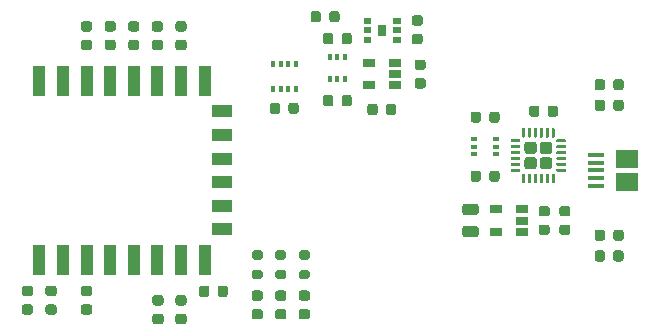
<source format=gbr>
G04 #@! TF.GenerationSoftware,KiCad,Pcbnew,5.1.9-73d0e3b20d~88~ubuntu20.04.1*
G04 #@! TF.CreationDate,2021-01-09T21:31:29-06:00*
G04 #@! TF.ProjectId,pcb,7063622e-6b69-4636-9164-5f7063625858,rev?*
G04 #@! TF.SameCoordinates,Original*
G04 #@! TF.FileFunction,Paste,Top*
G04 #@! TF.FilePolarity,Positive*
%FSLAX46Y46*%
G04 Gerber Fmt 4.6, Leading zero omitted, Abs format (unit mm)*
G04 Created by KiCad (PCBNEW 5.1.9-73d0e3b20d~88~ubuntu20.04.1) date 2021-01-09 21:31:29*
%MOMM*%
%LPD*%
G01*
G04 APERTURE LIST*
%ADD10C,0.010000*%
%ADD11R,0.350000X0.500000*%
%ADD12R,0.420000X0.600000*%
%ADD13R,0.600000X0.420000*%
%ADD14R,1.060000X0.650000*%
%ADD15R,1.900000X1.500000*%
%ADD16R,1.350000X0.400000*%
%ADD17R,1.000000X2.500000*%
%ADD18R,1.800000X1.000000*%
G04 APERTURE END LIST*
D10*
G36*
X76225000Y-57100000D02*
G01*
X76775000Y-57100000D01*
X76775000Y-57500000D01*
X76225000Y-57500000D01*
X76225000Y-57100000D01*
G37*
X76225000Y-57100000D02*
X76775000Y-57100000D01*
X76775000Y-57500000D01*
X76225000Y-57500000D01*
X76225000Y-57100000D01*
G36*
X76225000Y-57900000D02*
G01*
X76775000Y-57900000D01*
X76775000Y-58300000D01*
X76225000Y-58300000D01*
X76225000Y-57900000D01*
G37*
X76225000Y-57900000D02*
X76775000Y-57900000D01*
X76775000Y-58300000D01*
X76225000Y-58300000D01*
X76225000Y-57900000D01*
G36*
X76225000Y-58700000D02*
G01*
X76775000Y-58700000D01*
X76775000Y-59100000D01*
X76225000Y-59100000D01*
X76225000Y-58700000D01*
G37*
X76225000Y-58700000D02*
X76775000Y-58700000D01*
X76775000Y-59100000D01*
X76225000Y-59100000D01*
X76225000Y-58700000D01*
G36*
X78725000Y-57100000D02*
G01*
X79275000Y-57100000D01*
X79275000Y-57500000D01*
X78725000Y-57500000D01*
X78725000Y-57100000D01*
G37*
X78725000Y-57100000D02*
X79275000Y-57100000D01*
X79275000Y-57500000D01*
X78725000Y-57500000D01*
X78725000Y-57100000D01*
G36*
X78725000Y-57900000D02*
G01*
X79275000Y-57900000D01*
X79275000Y-58300000D01*
X78725000Y-58300000D01*
X78725000Y-57900000D01*
G37*
X78725000Y-57900000D02*
X79275000Y-57900000D01*
X79275000Y-58300000D01*
X78725000Y-58300000D01*
X78725000Y-57900000D01*
G36*
X78725000Y-58700000D02*
G01*
X79275000Y-58700000D01*
X79275000Y-59100000D01*
X78725000Y-59100000D01*
X78725000Y-58700000D01*
G37*
X78725000Y-58700000D02*
X79275000Y-58700000D01*
X79275000Y-59100000D01*
X78725000Y-59100000D01*
X78725000Y-58700000D01*
G36*
X77450000Y-57675000D02*
G01*
X78050000Y-57675000D01*
X78050000Y-58525000D01*
X77450000Y-58525000D01*
X77450000Y-57675000D01*
G37*
X77450000Y-57675000D02*
X78050000Y-57675000D01*
X78050000Y-58525000D01*
X77450000Y-58525000D01*
X77450000Y-57675000D01*
D11*
X68525000Y-63074999D03*
X69175000Y-63074999D03*
X69825000Y-63074999D03*
X70475000Y-63074999D03*
X70475000Y-61025000D03*
X69825000Y-61025000D03*
X69175000Y-61025000D03*
X68525000Y-61025000D03*
G36*
G01*
X67456250Y-81050000D02*
X66943750Y-81050000D01*
G75*
G02*
X66725000Y-80831250I0J218750D01*
G01*
X66725000Y-80393750D01*
G75*
G02*
X66943750Y-80175000I218750J0D01*
G01*
X67456250Y-80175000D01*
G75*
G02*
X67675000Y-80393750I0J-218750D01*
G01*
X67675000Y-80831250D01*
G75*
G02*
X67456250Y-81050000I-218750J0D01*
G01*
G37*
G36*
G01*
X67456250Y-82625000D02*
X66943750Y-82625000D01*
G75*
G02*
X66725000Y-82406250I0J218750D01*
G01*
X66725000Y-81968750D01*
G75*
G02*
X66943750Y-81750000I218750J0D01*
G01*
X67456250Y-81750000D01*
G75*
G02*
X67675000Y-81968750I0J-218750D01*
G01*
X67675000Y-82406250D01*
G75*
G02*
X67456250Y-82625000I-218750J0D01*
G01*
G37*
G36*
G01*
X69456250Y-81050000D02*
X68943750Y-81050000D01*
G75*
G02*
X68725000Y-80831250I0J218750D01*
G01*
X68725000Y-80393750D01*
G75*
G02*
X68943750Y-80175000I218750J0D01*
G01*
X69456250Y-80175000D01*
G75*
G02*
X69675000Y-80393750I0J-218750D01*
G01*
X69675000Y-80831250D01*
G75*
G02*
X69456250Y-81050000I-218750J0D01*
G01*
G37*
G36*
G01*
X69456250Y-82625000D02*
X68943750Y-82625000D01*
G75*
G02*
X68725000Y-82406250I0J218750D01*
G01*
X68725000Y-81968750D01*
G75*
G02*
X68943750Y-81750000I218750J0D01*
G01*
X69456250Y-81750000D01*
G75*
G02*
X69675000Y-81968750I0J-218750D01*
G01*
X69675000Y-82406250D01*
G75*
G02*
X69456250Y-82625000I-218750J0D01*
G01*
G37*
G36*
G01*
X71456250Y-81050000D02*
X70943750Y-81050000D01*
G75*
G02*
X70725000Y-80831250I0J218750D01*
G01*
X70725000Y-80393750D01*
G75*
G02*
X70943750Y-80175000I218750J0D01*
G01*
X71456250Y-80175000D01*
G75*
G02*
X71675000Y-80393750I0J-218750D01*
G01*
X71675000Y-80831250D01*
G75*
G02*
X71456250Y-81050000I-218750J0D01*
G01*
G37*
G36*
G01*
X71456250Y-82625000D02*
X70943750Y-82625000D01*
G75*
G02*
X70725000Y-82406250I0J218750D01*
G01*
X70725000Y-81968750D01*
G75*
G02*
X70943750Y-81750000I218750J0D01*
G01*
X71456250Y-81750000D01*
G75*
G02*
X71675000Y-81968750I0J-218750D01*
G01*
X71675000Y-82406250D01*
G75*
G02*
X71456250Y-82625000I-218750J0D01*
G01*
G37*
G36*
G01*
X67475000Y-77575000D02*
X66925000Y-77575000D01*
G75*
G02*
X66725000Y-77375000I0J200000D01*
G01*
X66725000Y-76975000D01*
G75*
G02*
X66925000Y-76775000I200000J0D01*
G01*
X67475000Y-76775000D01*
G75*
G02*
X67675000Y-76975000I0J-200000D01*
G01*
X67675000Y-77375000D01*
G75*
G02*
X67475000Y-77575000I-200000J0D01*
G01*
G37*
G36*
G01*
X67475000Y-79225000D02*
X66925000Y-79225000D01*
G75*
G02*
X66725000Y-79025000I0J200000D01*
G01*
X66725000Y-78625000D01*
G75*
G02*
X66925000Y-78425000I200000J0D01*
G01*
X67475000Y-78425000D01*
G75*
G02*
X67675000Y-78625000I0J-200000D01*
G01*
X67675000Y-79025000D01*
G75*
G02*
X67475000Y-79225000I-200000J0D01*
G01*
G37*
G36*
G01*
X69475000Y-77575000D02*
X68925000Y-77575000D01*
G75*
G02*
X68725000Y-77375000I0J200000D01*
G01*
X68725000Y-76975000D01*
G75*
G02*
X68925000Y-76775000I200000J0D01*
G01*
X69475000Y-76775000D01*
G75*
G02*
X69675000Y-76975000I0J-200000D01*
G01*
X69675000Y-77375000D01*
G75*
G02*
X69475000Y-77575000I-200000J0D01*
G01*
G37*
G36*
G01*
X69475000Y-79225000D02*
X68925000Y-79225000D01*
G75*
G02*
X68725000Y-79025000I0J200000D01*
G01*
X68725000Y-78625000D01*
G75*
G02*
X68925000Y-78425000I200000J0D01*
G01*
X69475000Y-78425000D01*
G75*
G02*
X69675000Y-78625000I0J-200000D01*
G01*
X69675000Y-79025000D01*
G75*
G02*
X69475000Y-79225000I-200000J0D01*
G01*
G37*
G36*
G01*
X71475000Y-77575000D02*
X70925000Y-77575000D01*
G75*
G02*
X70725000Y-77375000I0J200000D01*
G01*
X70725000Y-76975000D01*
G75*
G02*
X70925000Y-76775000I200000J0D01*
G01*
X71475000Y-76775000D01*
G75*
G02*
X71675000Y-76975000I0J-200000D01*
G01*
X71675000Y-77375000D01*
G75*
G02*
X71475000Y-77575000I-200000J0D01*
G01*
G37*
G36*
G01*
X71475000Y-79225000D02*
X70925000Y-79225000D01*
G75*
G02*
X70725000Y-79025000I0J200000D01*
G01*
X70725000Y-78625000D01*
G75*
G02*
X70925000Y-78425000I200000J0D01*
G01*
X71475000Y-78425000D01*
G75*
G02*
X71675000Y-78625000I0J-200000D01*
G01*
X71675000Y-79025000D01*
G75*
G02*
X71475000Y-79225000I-200000J0D01*
G01*
G37*
G36*
G01*
X61006250Y-81450000D02*
X60493750Y-81450000D01*
G75*
G02*
X60275000Y-81231250I0J218750D01*
G01*
X60275000Y-80793750D01*
G75*
G02*
X60493750Y-80575000I218750J0D01*
G01*
X61006250Y-80575000D01*
G75*
G02*
X61225000Y-80793750I0J-218750D01*
G01*
X61225000Y-81231250D01*
G75*
G02*
X61006250Y-81450000I-218750J0D01*
G01*
G37*
G36*
G01*
X61006250Y-83025000D02*
X60493750Y-83025000D01*
G75*
G02*
X60275000Y-82806250I0J218750D01*
G01*
X60275000Y-82368750D01*
G75*
G02*
X60493750Y-82150000I218750J0D01*
G01*
X61006250Y-82150000D01*
G75*
G02*
X61225000Y-82368750I0J-218750D01*
G01*
X61225000Y-82806250D01*
G75*
G02*
X61006250Y-83025000I-218750J0D01*
G01*
G37*
G36*
G01*
X80743750Y-62200000D02*
X81256250Y-62200000D01*
G75*
G02*
X81475000Y-62418750I0J-218750D01*
G01*
X81475000Y-62856250D01*
G75*
G02*
X81256250Y-63075000I-218750J0D01*
G01*
X80743750Y-63075000D01*
G75*
G02*
X80525000Y-62856250I0J218750D01*
G01*
X80525000Y-62418750D01*
G75*
G02*
X80743750Y-62200000I218750J0D01*
G01*
G37*
G36*
G01*
X80743750Y-60625000D02*
X81256250Y-60625000D01*
G75*
G02*
X81475000Y-60843750I0J-218750D01*
G01*
X81475000Y-61281250D01*
G75*
G02*
X81256250Y-61500000I-218750J0D01*
G01*
X80743750Y-61500000D01*
G75*
G02*
X80525000Y-61281250I0J218750D01*
G01*
X80525000Y-60843750D01*
G75*
G02*
X80743750Y-60625000I218750J0D01*
G01*
G37*
G36*
G01*
X54493750Y-58950000D02*
X55006250Y-58950000D01*
G75*
G02*
X55225000Y-59168750I0J-218750D01*
G01*
X55225000Y-59606250D01*
G75*
G02*
X55006250Y-59825000I-218750J0D01*
G01*
X54493750Y-59825000D01*
G75*
G02*
X54275000Y-59606250I0J218750D01*
G01*
X54275000Y-59168750D01*
G75*
G02*
X54493750Y-58950000I218750J0D01*
G01*
G37*
G36*
G01*
X54493750Y-57375000D02*
X55006250Y-57375000D01*
G75*
G02*
X55225000Y-57593750I0J-218750D01*
G01*
X55225000Y-58031250D01*
G75*
G02*
X55006250Y-58250000I-218750J0D01*
G01*
X54493750Y-58250000D01*
G75*
G02*
X54275000Y-58031250I0J218750D01*
G01*
X54275000Y-57593750D01*
G75*
G02*
X54493750Y-57375000I218750J0D01*
G01*
G37*
G36*
G01*
X52493750Y-58950000D02*
X53006250Y-58950000D01*
G75*
G02*
X53225000Y-59168750I0J-218750D01*
G01*
X53225000Y-59606250D01*
G75*
G02*
X53006250Y-59825000I-218750J0D01*
G01*
X52493750Y-59825000D01*
G75*
G02*
X52275000Y-59606250I0J218750D01*
G01*
X52275000Y-59168750D01*
G75*
G02*
X52493750Y-58950000I218750J0D01*
G01*
G37*
G36*
G01*
X52493750Y-57375000D02*
X53006250Y-57375000D01*
G75*
G02*
X53225000Y-57593750I0J-218750D01*
G01*
X53225000Y-58031250D01*
G75*
G02*
X53006250Y-58250000I-218750J0D01*
G01*
X52493750Y-58250000D01*
G75*
G02*
X52275000Y-58031250I0J218750D01*
G01*
X52275000Y-57593750D01*
G75*
G02*
X52493750Y-57375000I218750J0D01*
G01*
G37*
G36*
G01*
X73650000Y-58593750D02*
X73650000Y-59106250D01*
G75*
G02*
X73431250Y-59325000I-218750J0D01*
G01*
X72993750Y-59325000D01*
G75*
G02*
X72775000Y-59106250I0J218750D01*
G01*
X72775000Y-58593750D01*
G75*
G02*
X72993750Y-58375000I218750J0D01*
G01*
X73431250Y-58375000D01*
G75*
G02*
X73650000Y-58593750I0J-218750D01*
G01*
G37*
G36*
G01*
X75225000Y-58593750D02*
X75225000Y-59106250D01*
G75*
G02*
X75006250Y-59325000I-218750J0D01*
G01*
X74568750Y-59325000D01*
G75*
G02*
X74350000Y-59106250I0J218750D01*
G01*
X74350000Y-58593750D01*
G75*
G02*
X74568750Y-58375000I218750J0D01*
G01*
X75006250Y-58375000D01*
G75*
G02*
X75225000Y-58593750I0J-218750D01*
G01*
G37*
G36*
G01*
X73650000Y-63843750D02*
X73650000Y-64356250D01*
G75*
G02*
X73431250Y-64575000I-218750J0D01*
G01*
X72993750Y-64575000D01*
G75*
G02*
X72775000Y-64356250I0J218750D01*
G01*
X72775000Y-63843750D01*
G75*
G02*
X72993750Y-63625000I218750J0D01*
G01*
X73431250Y-63625000D01*
G75*
G02*
X73650000Y-63843750I0J-218750D01*
G01*
G37*
G36*
G01*
X75225000Y-63843750D02*
X75225000Y-64356250D01*
G75*
G02*
X75006250Y-64575000I-218750J0D01*
G01*
X74568750Y-64575000D01*
G75*
G02*
X74350000Y-64356250I0J218750D01*
G01*
X74350000Y-63843750D01*
G75*
G02*
X74568750Y-63625000I218750J0D01*
G01*
X75006250Y-63625000D01*
G75*
G02*
X75225000Y-63843750I0J-218750D01*
G01*
G37*
G36*
G01*
X81006250Y-57750000D02*
X80493750Y-57750000D01*
G75*
G02*
X80275000Y-57531250I0J218750D01*
G01*
X80275000Y-57093750D01*
G75*
G02*
X80493750Y-56875000I218750J0D01*
G01*
X81006250Y-56875000D01*
G75*
G02*
X81225000Y-57093750I0J-218750D01*
G01*
X81225000Y-57531250D01*
G75*
G02*
X81006250Y-57750000I-218750J0D01*
G01*
G37*
G36*
G01*
X81006250Y-59325000D02*
X80493750Y-59325000D01*
G75*
G02*
X80275000Y-59106250I0J218750D01*
G01*
X80275000Y-58668750D01*
G75*
G02*
X80493750Y-58450000I218750J0D01*
G01*
X81006250Y-58450000D01*
G75*
G02*
X81225000Y-58668750I0J-218750D01*
G01*
X81225000Y-59106250D01*
G75*
G02*
X81006250Y-59325000I-218750J0D01*
G01*
G37*
G36*
G01*
X73300000Y-57256250D02*
X73300000Y-56743750D01*
G75*
G02*
X73518750Y-56525000I218750J0D01*
G01*
X73956250Y-56525000D01*
G75*
G02*
X74175000Y-56743750I0J-218750D01*
G01*
X74175000Y-57256250D01*
G75*
G02*
X73956250Y-57475000I-218750J0D01*
G01*
X73518750Y-57475000D01*
G75*
G02*
X73300000Y-57256250I0J218750D01*
G01*
G37*
G36*
G01*
X71725000Y-57256250D02*
X71725000Y-56743750D01*
G75*
G02*
X71943750Y-56525000I218750J0D01*
G01*
X72381250Y-56525000D01*
G75*
G02*
X72600000Y-56743750I0J-218750D01*
G01*
X72600000Y-57256250D01*
G75*
G02*
X72381250Y-57475000I-218750J0D01*
G01*
X71943750Y-57475000D01*
G75*
G02*
X71725000Y-57256250I0J218750D01*
G01*
G37*
G36*
G01*
X69850000Y-65006250D02*
X69850000Y-64493750D01*
G75*
G02*
X70068750Y-64275000I218750J0D01*
G01*
X70506250Y-64275000D01*
G75*
G02*
X70725000Y-64493750I0J-218750D01*
G01*
X70725000Y-65006250D01*
G75*
G02*
X70506250Y-65225000I-218750J0D01*
G01*
X70068750Y-65225000D01*
G75*
G02*
X69850000Y-65006250I0J218750D01*
G01*
G37*
G36*
G01*
X68275000Y-65006250D02*
X68275000Y-64493750D01*
G75*
G02*
X68493750Y-64275000I218750J0D01*
G01*
X68931250Y-64275000D01*
G75*
G02*
X69150000Y-64493750I0J-218750D01*
G01*
X69150000Y-65006250D01*
G75*
G02*
X68931250Y-65225000I-218750J0D01*
G01*
X68493750Y-65225000D01*
G75*
G02*
X68275000Y-65006250I0J218750D01*
G01*
G37*
G36*
G01*
X61006250Y-58250000D02*
X60493750Y-58250000D01*
G75*
G02*
X60275000Y-58031250I0J218750D01*
G01*
X60275000Y-57593750D01*
G75*
G02*
X60493750Y-57375000I218750J0D01*
G01*
X61006250Y-57375000D01*
G75*
G02*
X61225000Y-57593750I0J-218750D01*
G01*
X61225000Y-58031250D01*
G75*
G02*
X61006250Y-58250000I-218750J0D01*
G01*
G37*
G36*
G01*
X61006250Y-59825000D02*
X60493750Y-59825000D01*
G75*
G02*
X60275000Y-59606250I0J218750D01*
G01*
X60275000Y-59168750D01*
G75*
G02*
X60493750Y-58950000I218750J0D01*
G01*
X61006250Y-58950000D01*
G75*
G02*
X61225000Y-59168750I0J-218750D01*
G01*
X61225000Y-59606250D01*
G75*
G02*
X61006250Y-59825000I-218750J0D01*
G01*
G37*
G36*
G01*
X56493750Y-58950000D02*
X57006250Y-58950000D01*
G75*
G02*
X57225000Y-59168750I0J-218750D01*
G01*
X57225000Y-59606250D01*
G75*
G02*
X57006250Y-59825000I-218750J0D01*
G01*
X56493750Y-59825000D01*
G75*
G02*
X56275000Y-59606250I0J218750D01*
G01*
X56275000Y-59168750D01*
G75*
G02*
X56493750Y-58950000I218750J0D01*
G01*
G37*
G36*
G01*
X56493750Y-57375000D02*
X57006250Y-57375000D01*
G75*
G02*
X57225000Y-57593750I0J-218750D01*
G01*
X57225000Y-58031250D01*
G75*
G02*
X57006250Y-58250000I-218750J0D01*
G01*
X56493750Y-58250000D01*
G75*
G02*
X56275000Y-58031250I0J218750D01*
G01*
X56275000Y-57593750D01*
G75*
G02*
X56493750Y-57375000I218750J0D01*
G01*
G37*
G36*
G01*
X53006250Y-80650000D02*
X52493750Y-80650000D01*
G75*
G02*
X52275000Y-80431250I0J218750D01*
G01*
X52275000Y-79993750D01*
G75*
G02*
X52493750Y-79775000I218750J0D01*
G01*
X53006250Y-79775000D01*
G75*
G02*
X53225000Y-79993750I0J-218750D01*
G01*
X53225000Y-80431250D01*
G75*
G02*
X53006250Y-80650000I-218750J0D01*
G01*
G37*
G36*
G01*
X53006250Y-82225000D02*
X52493750Y-82225000D01*
G75*
G02*
X52275000Y-82006250I0J218750D01*
G01*
X52275000Y-81568750D01*
G75*
G02*
X52493750Y-81350000I218750J0D01*
G01*
X53006250Y-81350000D01*
G75*
G02*
X53225000Y-81568750I0J-218750D01*
G01*
X53225000Y-82006250D01*
G75*
G02*
X53006250Y-82225000I-218750J0D01*
G01*
G37*
G36*
G01*
X50006250Y-80650000D02*
X49493750Y-80650000D01*
G75*
G02*
X49275000Y-80431250I0J218750D01*
G01*
X49275000Y-79993750D01*
G75*
G02*
X49493750Y-79775000I218750J0D01*
G01*
X50006250Y-79775000D01*
G75*
G02*
X50225000Y-79993750I0J-218750D01*
G01*
X50225000Y-80431250D01*
G75*
G02*
X50006250Y-80650000I-218750J0D01*
G01*
G37*
G36*
G01*
X50006250Y-82225000D02*
X49493750Y-82225000D01*
G75*
G02*
X49275000Y-82006250I0J218750D01*
G01*
X49275000Y-81568750D01*
G75*
G02*
X49493750Y-81350000I218750J0D01*
G01*
X50006250Y-81350000D01*
G75*
G02*
X50225000Y-81568750I0J-218750D01*
G01*
X50225000Y-82006250D01*
G75*
G02*
X50006250Y-82225000I-218750J0D01*
G01*
G37*
G36*
G01*
X63850000Y-80506250D02*
X63850000Y-79993750D01*
G75*
G02*
X64068750Y-79775000I218750J0D01*
G01*
X64506250Y-79775000D01*
G75*
G02*
X64725000Y-79993750I0J-218750D01*
G01*
X64725000Y-80506250D01*
G75*
G02*
X64506250Y-80725000I-218750J0D01*
G01*
X64068750Y-80725000D01*
G75*
G02*
X63850000Y-80506250I0J218750D01*
G01*
G37*
G36*
G01*
X62275000Y-80506250D02*
X62275000Y-79993750D01*
G75*
G02*
X62493750Y-79775000I218750J0D01*
G01*
X62931250Y-79775000D01*
G75*
G02*
X63150000Y-79993750I0J-218750D01*
G01*
X63150000Y-80506250D01*
G75*
G02*
X62931250Y-80725000I-218750J0D01*
G01*
X62493750Y-80725000D01*
G75*
G02*
X62275000Y-80506250I0J218750D01*
G01*
G37*
G36*
G01*
X96650000Y-75243750D02*
X96650000Y-75756250D01*
G75*
G02*
X96431250Y-75975000I-218750J0D01*
G01*
X95993750Y-75975000D01*
G75*
G02*
X95775000Y-75756250I0J218750D01*
G01*
X95775000Y-75243750D01*
G75*
G02*
X95993750Y-75025000I218750J0D01*
G01*
X96431250Y-75025000D01*
G75*
G02*
X96650000Y-75243750I0J-218750D01*
G01*
G37*
G36*
G01*
X98225000Y-75243750D02*
X98225000Y-75756250D01*
G75*
G02*
X98006250Y-75975000I-218750J0D01*
G01*
X97568750Y-75975000D01*
G75*
G02*
X97350000Y-75756250I0J218750D01*
G01*
X97350000Y-75243750D01*
G75*
G02*
X97568750Y-75025000I218750J0D01*
G01*
X98006250Y-75025000D01*
G75*
G02*
X98225000Y-75243750I0J-218750D01*
G01*
G37*
G36*
G01*
X96650000Y-64243750D02*
X96650000Y-64756250D01*
G75*
G02*
X96431250Y-64975000I-218750J0D01*
G01*
X95993750Y-64975000D01*
G75*
G02*
X95775000Y-64756250I0J218750D01*
G01*
X95775000Y-64243750D01*
G75*
G02*
X95993750Y-64025000I218750J0D01*
G01*
X96431250Y-64025000D01*
G75*
G02*
X96650000Y-64243750I0J-218750D01*
G01*
G37*
G36*
G01*
X98225000Y-64243750D02*
X98225000Y-64756250D01*
G75*
G02*
X98006250Y-64975000I-218750J0D01*
G01*
X97568750Y-64975000D01*
G75*
G02*
X97350000Y-64756250I0J218750D01*
G01*
X97350000Y-64243750D01*
G75*
G02*
X97568750Y-64025000I218750J0D01*
G01*
X98006250Y-64025000D01*
G75*
G02*
X98225000Y-64243750I0J-218750D01*
G01*
G37*
G36*
G01*
X96650000Y-76993750D02*
X96650000Y-77506250D01*
G75*
G02*
X96431250Y-77725000I-218750J0D01*
G01*
X95993750Y-77725000D01*
G75*
G02*
X95775000Y-77506250I0J218750D01*
G01*
X95775000Y-76993750D01*
G75*
G02*
X95993750Y-76775000I218750J0D01*
G01*
X96431250Y-76775000D01*
G75*
G02*
X96650000Y-76993750I0J-218750D01*
G01*
G37*
G36*
G01*
X98225000Y-76993750D02*
X98225000Y-77506250D01*
G75*
G02*
X98006250Y-77725000I-218750J0D01*
G01*
X97568750Y-77725000D01*
G75*
G02*
X97350000Y-77506250I0J218750D01*
G01*
X97350000Y-76993750D01*
G75*
G02*
X97568750Y-76775000I218750J0D01*
G01*
X98006250Y-76775000D01*
G75*
G02*
X98225000Y-76993750I0J-218750D01*
G01*
G37*
G36*
G01*
X96650000Y-62493750D02*
X96650000Y-63006250D01*
G75*
G02*
X96431250Y-63225000I-218750J0D01*
G01*
X95993750Y-63225000D01*
G75*
G02*
X95775000Y-63006250I0J218750D01*
G01*
X95775000Y-62493750D01*
G75*
G02*
X95993750Y-62275000I218750J0D01*
G01*
X96431250Y-62275000D01*
G75*
G02*
X96650000Y-62493750I0J-218750D01*
G01*
G37*
G36*
G01*
X98225000Y-62493750D02*
X98225000Y-63006250D01*
G75*
G02*
X98006250Y-63225000I-218750J0D01*
G01*
X97568750Y-63225000D01*
G75*
G02*
X97350000Y-63006250I0J218750D01*
G01*
X97350000Y-62493750D01*
G75*
G02*
X97568750Y-62275000I218750J0D01*
G01*
X98006250Y-62275000D01*
G75*
G02*
X98225000Y-62493750I0J-218750D01*
G01*
G37*
D12*
X74650000Y-62300000D03*
X74000000Y-62300000D03*
X73350000Y-62300000D03*
X74650000Y-60400000D03*
X74000000Y-60400000D03*
X73350000Y-60400000D03*
D13*
X87450000Y-67350000D03*
X87450000Y-68000000D03*
X87450000Y-68650000D03*
X85550000Y-67350000D03*
X85550000Y-68000000D03*
X85550000Y-68650000D03*
D14*
X87400000Y-75200000D03*
X87400000Y-73300000D03*
X89600000Y-73300000D03*
X89600000Y-74250000D03*
X89600000Y-75200000D03*
G36*
G01*
X59006250Y-58250000D02*
X58493750Y-58250000D01*
G75*
G02*
X58275000Y-58031250I0J218750D01*
G01*
X58275000Y-57593750D01*
G75*
G02*
X58493750Y-57375000I218750J0D01*
G01*
X59006250Y-57375000D01*
G75*
G02*
X59225000Y-57593750I0J-218750D01*
G01*
X59225000Y-58031250D01*
G75*
G02*
X59006250Y-58250000I-218750J0D01*
G01*
G37*
G36*
G01*
X59006250Y-59825000D02*
X58493750Y-59825000D01*
G75*
G02*
X58275000Y-59606250I0J218750D01*
G01*
X58275000Y-59168750D01*
G75*
G02*
X58493750Y-58950000I218750J0D01*
G01*
X59006250Y-58950000D01*
G75*
G02*
X59225000Y-59168750I0J-218750D01*
G01*
X59225000Y-59606250D01*
G75*
G02*
X59006250Y-59825000I-218750J0D01*
G01*
G37*
G36*
G01*
X90875000Y-67824999D02*
X90875000Y-68375001D01*
G75*
G02*
X90625001Y-68625000I-249999J0D01*
G01*
X90074999Y-68625000D01*
G75*
G02*
X89825000Y-68375001I0J249999D01*
G01*
X89825000Y-67824999D01*
G75*
G02*
X90074999Y-67575000I249999J0D01*
G01*
X90625001Y-67575000D01*
G75*
G02*
X90875000Y-67824999I0J-249999D01*
G01*
G37*
G36*
G01*
X90875000Y-69124999D02*
X90875000Y-69675001D01*
G75*
G02*
X90625001Y-69925000I-249999J0D01*
G01*
X90074999Y-69925000D01*
G75*
G02*
X89825000Y-69675001I0J249999D01*
G01*
X89825000Y-69124999D01*
G75*
G02*
X90074999Y-68875000I249999J0D01*
G01*
X90625001Y-68875000D01*
G75*
G02*
X90875000Y-69124999I0J-249999D01*
G01*
G37*
G36*
G01*
X92175000Y-67824999D02*
X92175000Y-68375001D01*
G75*
G02*
X91925001Y-68625000I-249999J0D01*
G01*
X91374999Y-68625000D01*
G75*
G02*
X91125000Y-68375001I0J249999D01*
G01*
X91125000Y-67824999D01*
G75*
G02*
X91374999Y-67575000I249999J0D01*
G01*
X91925001Y-67575000D01*
G75*
G02*
X92175000Y-67824999I0J-249999D01*
G01*
G37*
G36*
G01*
X92175000Y-69124999D02*
X92175000Y-69675001D01*
G75*
G02*
X91925001Y-69925000I-249999J0D01*
G01*
X91374999Y-69925000D01*
G75*
G02*
X91125000Y-69675001I0J249999D01*
G01*
X91125000Y-69124999D01*
G75*
G02*
X91374999Y-68875000I249999J0D01*
G01*
X91925001Y-68875000D01*
G75*
G02*
X92175000Y-69124999I0J-249999D01*
G01*
G37*
G36*
G01*
X92375000Y-70337500D02*
X92375000Y-71037500D01*
G75*
G02*
X92312500Y-71100000I-62500J0D01*
G01*
X92187500Y-71100000D01*
G75*
G02*
X92125000Y-71037500I0J62500D01*
G01*
X92125000Y-70337500D01*
G75*
G02*
X92187500Y-70275000I62500J0D01*
G01*
X92312500Y-70275000D01*
G75*
G02*
X92375000Y-70337500I0J-62500D01*
G01*
G37*
G36*
G01*
X91875000Y-70337500D02*
X91875000Y-71037500D01*
G75*
G02*
X91812500Y-71100000I-62500J0D01*
G01*
X91687500Y-71100000D01*
G75*
G02*
X91625000Y-71037500I0J62500D01*
G01*
X91625000Y-70337500D01*
G75*
G02*
X91687500Y-70275000I62500J0D01*
G01*
X91812500Y-70275000D01*
G75*
G02*
X91875000Y-70337500I0J-62500D01*
G01*
G37*
G36*
G01*
X91375000Y-70337500D02*
X91375000Y-71037500D01*
G75*
G02*
X91312500Y-71100000I-62500J0D01*
G01*
X91187500Y-71100000D01*
G75*
G02*
X91125000Y-71037500I0J62500D01*
G01*
X91125000Y-70337500D01*
G75*
G02*
X91187500Y-70275000I62500J0D01*
G01*
X91312500Y-70275000D01*
G75*
G02*
X91375000Y-70337500I0J-62500D01*
G01*
G37*
G36*
G01*
X90875000Y-70337500D02*
X90875000Y-71037500D01*
G75*
G02*
X90812500Y-71100000I-62500J0D01*
G01*
X90687500Y-71100000D01*
G75*
G02*
X90625000Y-71037500I0J62500D01*
G01*
X90625000Y-70337500D01*
G75*
G02*
X90687500Y-70275000I62500J0D01*
G01*
X90812500Y-70275000D01*
G75*
G02*
X90875000Y-70337500I0J-62500D01*
G01*
G37*
G36*
G01*
X90375000Y-70337500D02*
X90375000Y-71037500D01*
G75*
G02*
X90312500Y-71100000I-62500J0D01*
G01*
X90187500Y-71100000D01*
G75*
G02*
X90125000Y-71037500I0J62500D01*
G01*
X90125000Y-70337500D01*
G75*
G02*
X90187500Y-70275000I62500J0D01*
G01*
X90312500Y-70275000D01*
G75*
G02*
X90375000Y-70337500I0J-62500D01*
G01*
G37*
G36*
G01*
X89875000Y-70337500D02*
X89875000Y-71037500D01*
G75*
G02*
X89812500Y-71100000I-62500J0D01*
G01*
X89687500Y-71100000D01*
G75*
G02*
X89625000Y-71037500I0J62500D01*
G01*
X89625000Y-70337500D01*
G75*
G02*
X89687500Y-70275000I62500J0D01*
G01*
X89812500Y-70275000D01*
G75*
G02*
X89875000Y-70337500I0J-62500D01*
G01*
G37*
G36*
G01*
X89475000Y-69937500D02*
X89475000Y-70062500D01*
G75*
G02*
X89412500Y-70125000I-62500J0D01*
G01*
X88712500Y-70125000D01*
G75*
G02*
X88650000Y-70062500I0J62500D01*
G01*
X88650000Y-69937500D01*
G75*
G02*
X88712500Y-69875000I62500J0D01*
G01*
X89412500Y-69875000D01*
G75*
G02*
X89475000Y-69937500I0J-62500D01*
G01*
G37*
G36*
G01*
X89475000Y-69437500D02*
X89475000Y-69562500D01*
G75*
G02*
X89412500Y-69625000I-62500J0D01*
G01*
X88712500Y-69625000D01*
G75*
G02*
X88650000Y-69562500I0J62500D01*
G01*
X88650000Y-69437500D01*
G75*
G02*
X88712500Y-69375000I62500J0D01*
G01*
X89412500Y-69375000D01*
G75*
G02*
X89475000Y-69437500I0J-62500D01*
G01*
G37*
G36*
G01*
X89475000Y-68937500D02*
X89475000Y-69062500D01*
G75*
G02*
X89412500Y-69125000I-62500J0D01*
G01*
X88712500Y-69125000D01*
G75*
G02*
X88650000Y-69062500I0J62500D01*
G01*
X88650000Y-68937500D01*
G75*
G02*
X88712500Y-68875000I62500J0D01*
G01*
X89412500Y-68875000D01*
G75*
G02*
X89475000Y-68937500I0J-62500D01*
G01*
G37*
G36*
G01*
X89475000Y-68437500D02*
X89475000Y-68562500D01*
G75*
G02*
X89412500Y-68625000I-62500J0D01*
G01*
X88712500Y-68625000D01*
G75*
G02*
X88650000Y-68562500I0J62500D01*
G01*
X88650000Y-68437500D01*
G75*
G02*
X88712500Y-68375000I62500J0D01*
G01*
X89412500Y-68375000D01*
G75*
G02*
X89475000Y-68437500I0J-62500D01*
G01*
G37*
G36*
G01*
X89475000Y-67937500D02*
X89475000Y-68062500D01*
G75*
G02*
X89412500Y-68125000I-62500J0D01*
G01*
X88712500Y-68125000D01*
G75*
G02*
X88650000Y-68062500I0J62500D01*
G01*
X88650000Y-67937500D01*
G75*
G02*
X88712500Y-67875000I62500J0D01*
G01*
X89412500Y-67875000D01*
G75*
G02*
X89475000Y-67937500I0J-62500D01*
G01*
G37*
G36*
G01*
X89475000Y-67437500D02*
X89475000Y-67562500D01*
G75*
G02*
X89412500Y-67625000I-62500J0D01*
G01*
X88712500Y-67625000D01*
G75*
G02*
X88650000Y-67562500I0J62500D01*
G01*
X88650000Y-67437500D01*
G75*
G02*
X88712500Y-67375000I62500J0D01*
G01*
X89412500Y-67375000D01*
G75*
G02*
X89475000Y-67437500I0J-62500D01*
G01*
G37*
G36*
G01*
X89875000Y-66462500D02*
X89875000Y-67162500D01*
G75*
G02*
X89812500Y-67225000I-62500J0D01*
G01*
X89687500Y-67225000D01*
G75*
G02*
X89625000Y-67162500I0J62500D01*
G01*
X89625000Y-66462500D01*
G75*
G02*
X89687500Y-66400000I62500J0D01*
G01*
X89812500Y-66400000D01*
G75*
G02*
X89875000Y-66462500I0J-62500D01*
G01*
G37*
G36*
G01*
X90375000Y-66462500D02*
X90375000Y-67162500D01*
G75*
G02*
X90312500Y-67225000I-62500J0D01*
G01*
X90187500Y-67225000D01*
G75*
G02*
X90125000Y-67162500I0J62500D01*
G01*
X90125000Y-66462500D01*
G75*
G02*
X90187500Y-66400000I62500J0D01*
G01*
X90312500Y-66400000D01*
G75*
G02*
X90375000Y-66462500I0J-62500D01*
G01*
G37*
G36*
G01*
X90875000Y-66462500D02*
X90875000Y-67162500D01*
G75*
G02*
X90812500Y-67225000I-62500J0D01*
G01*
X90687500Y-67225000D01*
G75*
G02*
X90625000Y-67162500I0J62500D01*
G01*
X90625000Y-66462500D01*
G75*
G02*
X90687500Y-66400000I62500J0D01*
G01*
X90812500Y-66400000D01*
G75*
G02*
X90875000Y-66462500I0J-62500D01*
G01*
G37*
G36*
G01*
X91375000Y-66462500D02*
X91375000Y-67162500D01*
G75*
G02*
X91312500Y-67225000I-62500J0D01*
G01*
X91187500Y-67225000D01*
G75*
G02*
X91125000Y-67162500I0J62500D01*
G01*
X91125000Y-66462500D01*
G75*
G02*
X91187500Y-66400000I62500J0D01*
G01*
X91312500Y-66400000D01*
G75*
G02*
X91375000Y-66462500I0J-62500D01*
G01*
G37*
G36*
G01*
X91875000Y-66462500D02*
X91875000Y-67162500D01*
G75*
G02*
X91812500Y-67225000I-62500J0D01*
G01*
X91687500Y-67225000D01*
G75*
G02*
X91625000Y-67162500I0J62500D01*
G01*
X91625000Y-66462500D01*
G75*
G02*
X91687500Y-66400000I62500J0D01*
G01*
X91812500Y-66400000D01*
G75*
G02*
X91875000Y-66462500I0J-62500D01*
G01*
G37*
G36*
G01*
X92375000Y-66462500D02*
X92375000Y-67162500D01*
G75*
G02*
X92312500Y-67225000I-62500J0D01*
G01*
X92187500Y-67225000D01*
G75*
G02*
X92125000Y-67162500I0J62500D01*
G01*
X92125000Y-66462500D01*
G75*
G02*
X92187500Y-66400000I62500J0D01*
G01*
X92312500Y-66400000D01*
G75*
G02*
X92375000Y-66462500I0J-62500D01*
G01*
G37*
G36*
G01*
X93350000Y-67437500D02*
X93350000Y-67562500D01*
G75*
G02*
X93287500Y-67625000I-62500J0D01*
G01*
X92587500Y-67625000D01*
G75*
G02*
X92525000Y-67562500I0J62500D01*
G01*
X92525000Y-67437500D01*
G75*
G02*
X92587500Y-67375000I62500J0D01*
G01*
X93287500Y-67375000D01*
G75*
G02*
X93350000Y-67437500I0J-62500D01*
G01*
G37*
G36*
G01*
X93350000Y-67937500D02*
X93350000Y-68062500D01*
G75*
G02*
X93287500Y-68125000I-62500J0D01*
G01*
X92587500Y-68125000D01*
G75*
G02*
X92525000Y-68062500I0J62500D01*
G01*
X92525000Y-67937500D01*
G75*
G02*
X92587500Y-67875000I62500J0D01*
G01*
X93287500Y-67875000D01*
G75*
G02*
X93350000Y-67937500I0J-62500D01*
G01*
G37*
G36*
G01*
X93350000Y-68437500D02*
X93350000Y-68562500D01*
G75*
G02*
X93287500Y-68625000I-62500J0D01*
G01*
X92587500Y-68625000D01*
G75*
G02*
X92525000Y-68562500I0J62500D01*
G01*
X92525000Y-68437500D01*
G75*
G02*
X92587500Y-68375000I62500J0D01*
G01*
X93287500Y-68375000D01*
G75*
G02*
X93350000Y-68437500I0J-62500D01*
G01*
G37*
G36*
G01*
X93350000Y-68937500D02*
X93350000Y-69062500D01*
G75*
G02*
X93287500Y-69125000I-62500J0D01*
G01*
X92587500Y-69125000D01*
G75*
G02*
X92525000Y-69062500I0J62500D01*
G01*
X92525000Y-68937500D01*
G75*
G02*
X92587500Y-68875000I62500J0D01*
G01*
X93287500Y-68875000D01*
G75*
G02*
X93350000Y-68937500I0J-62500D01*
G01*
G37*
G36*
G01*
X93350000Y-69437500D02*
X93350000Y-69562500D01*
G75*
G02*
X93287500Y-69625000I-62500J0D01*
G01*
X92587500Y-69625000D01*
G75*
G02*
X92525000Y-69562500I0J62500D01*
G01*
X92525000Y-69437500D01*
G75*
G02*
X92587500Y-69375000I62500J0D01*
G01*
X93287500Y-69375000D01*
G75*
G02*
X93350000Y-69437500I0J-62500D01*
G01*
G37*
G36*
G01*
X93350000Y-69937500D02*
X93350000Y-70062500D01*
G75*
G02*
X93287500Y-70125000I-62500J0D01*
G01*
X92587500Y-70125000D01*
G75*
G02*
X92525000Y-70062500I0J62500D01*
G01*
X92525000Y-69937500D01*
G75*
G02*
X92587500Y-69875000I62500J0D01*
G01*
X93287500Y-69875000D01*
G75*
G02*
X93350000Y-69937500I0J-62500D01*
G01*
G37*
X76650000Y-62800000D03*
X76650000Y-60900000D03*
X78850000Y-60900000D03*
X78850000Y-61850000D03*
X78850000Y-62800000D03*
G36*
G01*
X86850000Y-70756250D02*
X86850000Y-70243750D01*
G75*
G02*
X87068750Y-70025000I218750J0D01*
G01*
X87506250Y-70025000D01*
G75*
G02*
X87725000Y-70243750I0J-218750D01*
G01*
X87725000Y-70756250D01*
G75*
G02*
X87506250Y-70975000I-218750J0D01*
G01*
X87068750Y-70975000D01*
G75*
G02*
X86850000Y-70756250I0J218750D01*
G01*
G37*
G36*
G01*
X85275000Y-70756250D02*
X85275000Y-70243750D01*
G75*
G02*
X85493750Y-70025000I218750J0D01*
G01*
X85931250Y-70025000D01*
G75*
G02*
X86150000Y-70243750I0J-218750D01*
G01*
X86150000Y-70756250D01*
G75*
G02*
X85931250Y-70975000I-218750J0D01*
G01*
X85493750Y-70975000D01*
G75*
G02*
X85275000Y-70756250I0J218750D01*
G01*
G37*
G36*
G01*
X86150000Y-65243750D02*
X86150000Y-65756250D01*
G75*
G02*
X85931250Y-65975000I-218750J0D01*
G01*
X85493750Y-65975000D01*
G75*
G02*
X85275000Y-65756250I0J218750D01*
G01*
X85275000Y-65243750D01*
G75*
G02*
X85493750Y-65025000I218750J0D01*
G01*
X85931250Y-65025000D01*
G75*
G02*
X86150000Y-65243750I0J-218750D01*
G01*
G37*
G36*
G01*
X87725000Y-65243750D02*
X87725000Y-65756250D01*
G75*
G02*
X87506250Y-65975000I-218750J0D01*
G01*
X87068750Y-65975000D01*
G75*
G02*
X86850000Y-65756250I0J218750D01*
G01*
X86850000Y-65243750D01*
G75*
G02*
X87068750Y-65025000I218750J0D01*
G01*
X87506250Y-65025000D01*
G75*
G02*
X87725000Y-65243750I0J-218750D01*
G01*
G37*
G36*
G01*
X91756250Y-73900000D02*
X91243750Y-73900000D01*
G75*
G02*
X91025000Y-73681250I0J218750D01*
G01*
X91025000Y-73243750D01*
G75*
G02*
X91243750Y-73025000I218750J0D01*
G01*
X91756250Y-73025000D01*
G75*
G02*
X91975000Y-73243750I0J-218750D01*
G01*
X91975000Y-73681250D01*
G75*
G02*
X91756250Y-73900000I-218750J0D01*
G01*
G37*
G36*
G01*
X91756250Y-75475000D02*
X91243750Y-75475000D01*
G75*
G02*
X91025000Y-75256250I0J218750D01*
G01*
X91025000Y-74818750D01*
G75*
G02*
X91243750Y-74600000I218750J0D01*
G01*
X91756250Y-74600000D01*
G75*
G02*
X91975000Y-74818750I0J-218750D01*
G01*
X91975000Y-75256250D01*
G75*
G02*
X91756250Y-75475000I-218750J0D01*
G01*
G37*
G36*
G01*
X78100000Y-65106250D02*
X78100000Y-64593750D01*
G75*
G02*
X78318750Y-64375000I218750J0D01*
G01*
X78756250Y-64375000D01*
G75*
G02*
X78975000Y-64593750I0J-218750D01*
G01*
X78975000Y-65106250D01*
G75*
G02*
X78756250Y-65325000I-218750J0D01*
G01*
X78318750Y-65325000D01*
G75*
G02*
X78100000Y-65106250I0J218750D01*
G01*
G37*
G36*
G01*
X76525000Y-65106250D02*
X76525000Y-64593750D01*
G75*
G02*
X76743750Y-64375000I218750J0D01*
G01*
X77181250Y-64375000D01*
G75*
G02*
X77400000Y-64593750I0J-218750D01*
G01*
X77400000Y-65106250D01*
G75*
G02*
X77181250Y-65325000I-218750J0D01*
G01*
X76743750Y-65325000D01*
G75*
G02*
X76525000Y-65106250I0J218750D01*
G01*
G37*
G36*
G01*
X93506250Y-73900000D02*
X92993750Y-73900000D01*
G75*
G02*
X92775000Y-73681250I0J218750D01*
G01*
X92775000Y-73243750D01*
G75*
G02*
X92993750Y-73025000I218750J0D01*
G01*
X93506250Y-73025000D01*
G75*
G02*
X93725000Y-73243750I0J-218750D01*
G01*
X93725000Y-73681250D01*
G75*
G02*
X93506250Y-73900000I-218750J0D01*
G01*
G37*
G36*
G01*
X93506250Y-75475000D02*
X92993750Y-75475000D01*
G75*
G02*
X92775000Y-75256250I0J218750D01*
G01*
X92775000Y-74818750D01*
G75*
G02*
X92993750Y-74600000I218750J0D01*
G01*
X93506250Y-74600000D01*
G75*
G02*
X93725000Y-74818750I0J-218750D01*
G01*
X93725000Y-75256250D01*
G75*
G02*
X93506250Y-75475000I-218750J0D01*
G01*
G37*
G36*
G01*
X58543750Y-82150000D02*
X59056250Y-82150000D01*
G75*
G02*
X59275000Y-82368750I0J-218750D01*
G01*
X59275000Y-82806250D01*
G75*
G02*
X59056250Y-83025000I-218750J0D01*
G01*
X58543750Y-83025000D01*
G75*
G02*
X58325000Y-82806250I0J218750D01*
G01*
X58325000Y-82368750D01*
G75*
G02*
X58543750Y-82150000I218750J0D01*
G01*
G37*
G36*
G01*
X58543750Y-80575000D02*
X59056250Y-80575000D01*
G75*
G02*
X59275000Y-80793750I0J-218750D01*
G01*
X59275000Y-81231250D01*
G75*
G02*
X59056250Y-81450000I-218750J0D01*
G01*
X58543750Y-81450000D01*
G75*
G02*
X58325000Y-81231250I0J218750D01*
G01*
X58325000Y-80793750D01*
G75*
G02*
X58543750Y-80575000I218750J0D01*
G01*
G37*
G36*
G01*
X47493750Y-81350000D02*
X48006250Y-81350000D01*
G75*
G02*
X48225000Y-81568750I0J-218750D01*
G01*
X48225000Y-82006250D01*
G75*
G02*
X48006250Y-82225000I-218750J0D01*
G01*
X47493750Y-82225000D01*
G75*
G02*
X47275000Y-82006250I0J218750D01*
G01*
X47275000Y-81568750D01*
G75*
G02*
X47493750Y-81350000I218750J0D01*
G01*
G37*
G36*
G01*
X47493750Y-79775000D02*
X48006250Y-79775000D01*
G75*
G02*
X48225000Y-79993750I0J-218750D01*
G01*
X48225000Y-80431250D01*
G75*
G02*
X48006250Y-80650000I-218750J0D01*
G01*
X47493750Y-80650000D01*
G75*
G02*
X47275000Y-80431250I0J218750D01*
G01*
X47275000Y-79993750D01*
G75*
G02*
X47493750Y-79775000I218750J0D01*
G01*
G37*
G36*
G01*
X85706250Y-73800000D02*
X84793750Y-73800000D01*
G75*
G02*
X84550000Y-73556250I0J243750D01*
G01*
X84550000Y-73068750D01*
G75*
G02*
X84793750Y-72825000I243750J0D01*
G01*
X85706250Y-72825000D01*
G75*
G02*
X85950000Y-73068750I0J-243750D01*
G01*
X85950000Y-73556250D01*
G75*
G02*
X85706250Y-73800000I-243750J0D01*
G01*
G37*
G36*
G01*
X85706250Y-75675000D02*
X84793750Y-75675000D01*
G75*
G02*
X84550000Y-75431250I0J243750D01*
G01*
X84550000Y-74943750D01*
G75*
G02*
X84793750Y-74700000I243750J0D01*
G01*
X85706250Y-74700000D01*
G75*
G02*
X85950000Y-74943750I0J-243750D01*
G01*
X85950000Y-75431250D01*
G75*
G02*
X85706250Y-75675000I-243750J0D01*
G01*
G37*
D15*
X98547500Y-71000000D03*
D16*
X95847500Y-70000000D03*
X95847500Y-69350000D03*
X95847500Y-68700000D03*
X95847500Y-71300000D03*
X95847500Y-70650000D03*
D15*
X98547500Y-69000000D03*
D17*
X48750000Y-62400000D03*
X50750000Y-62400000D03*
X52750000Y-62400000D03*
X54750000Y-62400000D03*
X56750000Y-62400000D03*
X58750000Y-62400000D03*
X60750000Y-62400000D03*
X62750000Y-62400000D03*
D18*
X64250000Y-65000000D03*
X64250000Y-67000000D03*
X64250000Y-69000000D03*
X64250000Y-71000000D03*
X64250000Y-73000000D03*
X64250000Y-75000000D03*
D17*
X62750000Y-77600000D03*
X60750000Y-77600000D03*
X58750000Y-77600000D03*
X56750000Y-77600000D03*
X54750000Y-77600000D03*
X52750000Y-77600000D03*
X50750000Y-77600000D03*
X48750000Y-77600000D03*
G36*
G01*
X92675000Y-64743750D02*
X92675000Y-65256250D01*
G75*
G02*
X92456250Y-65475000I-218750J0D01*
G01*
X92018750Y-65475000D01*
G75*
G02*
X91800000Y-65256250I0J218750D01*
G01*
X91800000Y-64743750D01*
G75*
G02*
X92018750Y-64525000I218750J0D01*
G01*
X92456250Y-64525000D01*
G75*
G02*
X92675000Y-64743750I0J-218750D01*
G01*
G37*
G36*
G01*
X91100000Y-64743750D02*
X91100000Y-65256250D01*
G75*
G02*
X90881250Y-65475000I-218750J0D01*
G01*
X90443750Y-65475000D01*
G75*
G02*
X90225000Y-65256250I0J218750D01*
G01*
X90225000Y-64743750D01*
G75*
G02*
X90443750Y-64525000I218750J0D01*
G01*
X90881250Y-64525000D01*
G75*
G02*
X91100000Y-64743750I0J-218750D01*
G01*
G37*
M02*

</source>
